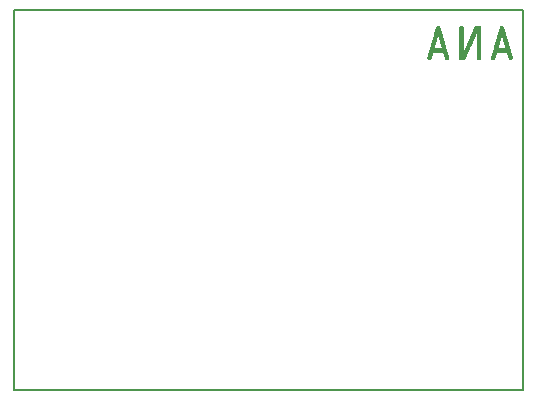
<source format=gbo>
G04 MADE WITH FRITZING*
G04 WWW.FRITZING.ORG*
G04 DOUBLE SIDED*
G04 HOLES PLATED*
G04 CONTOUR ON CENTER OF CONTOUR VECTOR*
%ASAXBY*%
%FSLAX23Y23*%
%MOIN*%
%OFA0B0*%
%SFA1.0B1.0*%
%ADD10R,1.706210X1.275260X1.690210X1.259260*%
%ADD11C,0.008000*%
%ADD12R,0.001000X0.001000*%
%LNSILK0*%
G90*
G70*
G54D11*
X4Y1271D02*
X1702Y1271D01*
X1702Y4D01*
X4Y4D01*
X4Y1271D01*
D02*
G54D12*
X1416Y1218D02*
X1420Y1218D01*
X1493Y1218D02*
X1497Y1218D01*
X1542Y1218D02*
X1560Y1218D01*
X1629Y1218D02*
X1632Y1218D01*
X1414Y1217D02*
X1422Y1217D01*
X1491Y1217D02*
X1499Y1217D01*
X1541Y1217D02*
X1560Y1217D01*
X1627Y1217D02*
X1634Y1217D01*
X1413Y1216D02*
X1423Y1216D01*
X1490Y1216D02*
X1500Y1216D01*
X1541Y1216D02*
X1560Y1216D01*
X1626Y1216D02*
X1635Y1216D01*
X1412Y1215D02*
X1424Y1215D01*
X1489Y1215D02*
X1501Y1215D01*
X1540Y1215D02*
X1560Y1215D01*
X1625Y1215D02*
X1636Y1215D01*
X1412Y1214D02*
X1424Y1214D01*
X1489Y1214D02*
X1501Y1214D01*
X1540Y1214D02*
X1560Y1214D01*
X1624Y1214D02*
X1637Y1214D01*
X1411Y1213D02*
X1425Y1213D01*
X1488Y1213D02*
X1502Y1213D01*
X1539Y1213D02*
X1560Y1213D01*
X1624Y1213D02*
X1637Y1213D01*
X1411Y1212D02*
X1425Y1212D01*
X1488Y1212D02*
X1502Y1212D01*
X1539Y1212D02*
X1560Y1212D01*
X1624Y1212D02*
X1637Y1212D01*
X1411Y1211D02*
X1425Y1211D01*
X1488Y1211D02*
X1502Y1211D01*
X1539Y1211D02*
X1560Y1211D01*
X1623Y1211D02*
X1638Y1211D01*
X1411Y1210D02*
X1426Y1210D01*
X1488Y1210D02*
X1502Y1210D01*
X1538Y1210D02*
X1560Y1210D01*
X1623Y1210D02*
X1638Y1210D01*
X1410Y1209D02*
X1426Y1209D01*
X1488Y1209D02*
X1502Y1209D01*
X1538Y1209D02*
X1560Y1209D01*
X1623Y1209D02*
X1638Y1209D01*
X1410Y1208D02*
X1426Y1208D01*
X1488Y1208D02*
X1502Y1208D01*
X1537Y1208D02*
X1560Y1208D01*
X1622Y1208D02*
X1639Y1208D01*
X1410Y1207D02*
X1427Y1207D01*
X1488Y1207D02*
X1502Y1207D01*
X1537Y1207D02*
X1560Y1207D01*
X1622Y1207D02*
X1639Y1207D01*
X1409Y1206D02*
X1427Y1206D01*
X1488Y1206D02*
X1502Y1206D01*
X1536Y1206D02*
X1560Y1206D01*
X1622Y1206D02*
X1639Y1206D01*
X1409Y1205D02*
X1427Y1205D01*
X1488Y1205D02*
X1502Y1205D01*
X1536Y1205D02*
X1560Y1205D01*
X1621Y1205D02*
X1640Y1205D01*
X1409Y1204D02*
X1427Y1204D01*
X1488Y1204D02*
X1502Y1204D01*
X1536Y1204D02*
X1560Y1204D01*
X1621Y1204D02*
X1640Y1204D01*
X1409Y1203D02*
X1428Y1203D01*
X1488Y1203D02*
X1502Y1203D01*
X1535Y1203D02*
X1560Y1203D01*
X1621Y1203D02*
X1640Y1203D01*
X1408Y1202D02*
X1428Y1202D01*
X1488Y1202D02*
X1502Y1202D01*
X1535Y1202D02*
X1560Y1202D01*
X1621Y1202D02*
X1640Y1202D01*
X1408Y1201D02*
X1428Y1201D01*
X1488Y1201D02*
X1502Y1201D01*
X1534Y1201D02*
X1560Y1201D01*
X1620Y1201D02*
X1641Y1201D01*
X1408Y1200D02*
X1429Y1200D01*
X1488Y1200D02*
X1502Y1200D01*
X1534Y1200D02*
X1560Y1200D01*
X1620Y1200D02*
X1641Y1200D01*
X1407Y1199D02*
X1429Y1199D01*
X1488Y1199D02*
X1502Y1199D01*
X1533Y1199D02*
X1560Y1199D01*
X1620Y1199D02*
X1641Y1199D01*
X1407Y1198D02*
X1429Y1198D01*
X1488Y1198D02*
X1502Y1198D01*
X1533Y1198D02*
X1560Y1198D01*
X1619Y1198D02*
X1642Y1198D01*
X1407Y1197D02*
X1429Y1197D01*
X1488Y1197D02*
X1502Y1197D01*
X1532Y1197D02*
X1560Y1197D01*
X1619Y1197D02*
X1642Y1197D01*
X1406Y1196D02*
X1430Y1196D01*
X1488Y1196D02*
X1502Y1196D01*
X1532Y1196D02*
X1560Y1196D01*
X1619Y1196D02*
X1642Y1196D01*
X1406Y1195D02*
X1430Y1195D01*
X1488Y1195D02*
X1502Y1195D01*
X1532Y1195D02*
X1560Y1195D01*
X1619Y1195D02*
X1642Y1195D01*
X1406Y1194D02*
X1430Y1194D01*
X1488Y1194D02*
X1502Y1194D01*
X1531Y1194D02*
X1560Y1194D01*
X1618Y1194D02*
X1643Y1194D01*
X1406Y1193D02*
X1431Y1193D01*
X1488Y1193D02*
X1502Y1193D01*
X1531Y1193D02*
X1560Y1193D01*
X1618Y1193D02*
X1643Y1193D01*
X1405Y1192D02*
X1431Y1192D01*
X1488Y1192D02*
X1502Y1192D01*
X1530Y1192D02*
X1560Y1192D01*
X1618Y1192D02*
X1643Y1192D01*
X1405Y1191D02*
X1431Y1191D01*
X1488Y1191D02*
X1502Y1191D01*
X1530Y1191D02*
X1560Y1191D01*
X1617Y1191D02*
X1644Y1191D01*
X1405Y1190D02*
X1432Y1190D01*
X1488Y1190D02*
X1502Y1190D01*
X1529Y1190D02*
X1545Y1190D01*
X1547Y1190D02*
X1560Y1190D01*
X1617Y1190D02*
X1644Y1190D01*
X1404Y1189D02*
X1432Y1189D01*
X1488Y1189D02*
X1502Y1189D01*
X1529Y1189D02*
X1544Y1189D01*
X1547Y1189D02*
X1560Y1189D01*
X1617Y1189D02*
X1644Y1189D01*
X1404Y1188D02*
X1432Y1188D01*
X1488Y1188D02*
X1502Y1188D01*
X1529Y1188D02*
X1544Y1188D01*
X1547Y1188D02*
X1560Y1188D01*
X1617Y1188D02*
X1644Y1188D01*
X1404Y1187D02*
X1432Y1187D01*
X1488Y1187D02*
X1502Y1187D01*
X1528Y1187D02*
X1543Y1187D01*
X1547Y1187D02*
X1560Y1187D01*
X1616Y1187D02*
X1645Y1187D01*
X1404Y1186D02*
X1433Y1186D01*
X1488Y1186D02*
X1502Y1186D01*
X1528Y1186D02*
X1543Y1186D01*
X1547Y1186D02*
X1560Y1186D01*
X1616Y1186D02*
X1645Y1186D01*
X1403Y1185D02*
X1433Y1185D01*
X1488Y1185D02*
X1502Y1185D01*
X1527Y1185D02*
X1543Y1185D01*
X1547Y1185D02*
X1560Y1185D01*
X1616Y1185D02*
X1645Y1185D01*
X1403Y1184D02*
X1433Y1184D01*
X1488Y1184D02*
X1502Y1184D01*
X1527Y1184D02*
X1542Y1184D01*
X1547Y1184D02*
X1560Y1184D01*
X1615Y1184D02*
X1646Y1184D01*
X1403Y1183D02*
X1417Y1183D01*
X1419Y1183D02*
X1434Y1183D01*
X1488Y1183D02*
X1502Y1183D01*
X1526Y1183D02*
X1542Y1183D01*
X1547Y1183D02*
X1560Y1183D01*
X1615Y1183D02*
X1646Y1183D01*
X1402Y1182D02*
X1417Y1182D01*
X1419Y1182D02*
X1434Y1182D01*
X1488Y1182D02*
X1502Y1182D01*
X1526Y1182D02*
X1541Y1182D01*
X1547Y1182D02*
X1560Y1182D01*
X1615Y1182D02*
X1629Y1182D01*
X1632Y1182D02*
X1646Y1182D01*
X1402Y1181D02*
X1417Y1181D01*
X1420Y1181D02*
X1434Y1181D01*
X1488Y1181D02*
X1502Y1181D01*
X1525Y1181D02*
X1541Y1181D01*
X1547Y1181D02*
X1560Y1181D01*
X1614Y1181D02*
X1629Y1181D01*
X1632Y1181D02*
X1647Y1181D01*
X1402Y1180D02*
X1416Y1180D01*
X1420Y1180D02*
X1434Y1180D01*
X1488Y1180D02*
X1502Y1180D01*
X1525Y1180D02*
X1540Y1180D01*
X1547Y1180D02*
X1560Y1180D01*
X1614Y1180D02*
X1629Y1180D01*
X1632Y1180D02*
X1647Y1180D01*
X1402Y1179D02*
X1416Y1179D01*
X1420Y1179D02*
X1435Y1179D01*
X1488Y1179D02*
X1502Y1179D01*
X1525Y1179D02*
X1540Y1179D01*
X1547Y1179D02*
X1560Y1179D01*
X1614Y1179D02*
X1628Y1179D01*
X1633Y1179D02*
X1647Y1179D01*
X1401Y1178D02*
X1416Y1178D01*
X1421Y1178D02*
X1435Y1178D01*
X1488Y1178D02*
X1502Y1178D01*
X1524Y1178D02*
X1540Y1178D01*
X1547Y1178D02*
X1560Y1178D01*
X1614Y1178D02*
X1628Y1178D01*
X1633Y1178D02*
X1647Y1178D01*
X1401Y1177D02*
X1416Y1177D01*
X1421Y1177D02*
X1435Y1177D01*
X1488Y1177D02*
X1502Y1177D01*
X1524Y1177D02*
X1539Y1177D01*
X1547Y1177D02*
X1560Y1177D01*
X1613Y1177D02*
X1628Y1177D01*
X1633Y1177D02*
X1648Y1177D01*
X1401Y1176D02*
X1415Y1176D01*
X1421Y1176D02*
X1436Y1176D01*
X1488Y1176D02*
X1502Y1176D01*
X1523Y1176D02*
X1539Y1176D01*
X1547Y1176D02*
X1560Y1176D01*
X1613Y1176D02*
X1628Y1176D01*
X1633Y1176D02*
X1648Y1176D01*
X1400Y1175D02*
X1415Y1175D01*
X1421Y1175D02*
X1436Y1175D01*
X1488Y1175D02*
X1502Y1175D01*
X1523Y1175D02*
X1538Y1175D01*
X1547Y1175D02*
X1560Y1175D01*
X1613Y1175D02*
X1627Y1175D01*
X1634Y1175D02*
X1648Y1175D01*
X1400Y1174D02*
X1415Y1174D01*
X1422Y1174D02*
X1436Y1174D01*
X1488Y1174D02*
X1502Y1174D01*
X1522Y1174D02*
X1538Y1174D01*
X1547Y1174D02*
X1560Y1174D01*
X1612Y1174D02*
X1627Y1174D01*
X1634Y1174D02*
X1649Y1174D01*
X1400Y1173D02*
X1414Y1173D01*
X1422Y1173D02*
X1437Y1173D01*
X1488Y1173D02*
X1502Y1173D01*
X1522Y1173D02*
X1537Y1173D01*
X1547Y1173D02*
X1560Y1173D01*
X1612Y1173D02*
X1627Y1173D01*
X1634Y1173D02*
X1649Y1173D01*
X1399Y1172D02*
X1414Y1172D01*
X1422Y1172D02*
X1437Y1172D01*
X1488Y1172D02*
X1502Y1172D01*
X1522Y1172D02*
X1537Y1172D01*
X1547Y1172D02*
X1560Y1172D01*
X1612Y1172D02*
X1626Y1172D01*
X1635Y1172D02*
X1649Y1172D01*
X1399Y1171D02*
X1414Y1171D01*
X1423Y1171D02*
X1437Y1171D01*
X1488Y1171D02*
X1502Y1171D01*
X1521Y1171D02*
X1536Y1171D01*
X1547Y1171D02*
X1560Y1171D01*
X1612Y1171D02*
X1626Y1171D01*
X1635Y1171D02*
X1649Y1171D01*
X1399Y1170D02*
X1413Y1170D01*
X1423Y1170D02*
X1437Y1170D01*
X1488Y1170D02*
X1502Y1170D01*
X1521Y1170D02*
X1536Y1170D01*
X1547Y1170D02*
X1560Y1170D01*
X1611Y1170D02*
X1626Y1170D01*
X1635Y1170D02*
X1650Y1170D01*
X1399Y1169D02*
X1413Y1169D01*
X1423Y1169D02*
X1438Y1169D01*
X1488Y1169D02*
X1502Y1169D01*
X1520Y1169D02*
X1536Y1169D01*
X1547Y1169D02*
X1560Y1169D01*
X1611Y1169D02*
X1626Y1169D01*
X1636Y1169D02*
X1650Y1169D01*
X1398Y1168D02*
X1413Y1168D01*
X1423Y1168D02*
X1438Y1168D01*
X1488Y1168D02*
X1502Y1168D01*
X1520Y1168D02*
X1535Y1168D01*
X1547Y1168D02*
X1560Y1168D01*
X1611Y1168D02*
X1625Y1168D01*
X1636Y1168D02*
X1650Y1168D01*
X1398Y1167D02*
X1413Y1167D01*
X1424Y1167D02*
X1438Y1167D01*
X1488Y1167D02*
X1502Y1167D01*
X1519Y1167D02*
X1535Y1167D01*
X1547Y1167D02*
X1560Y1167D01*
X1610Y1167D02*
X1625Y1167D01*
X1636Y1167D02*
X1651Y1167D01*
X1398Y1166D02*
X1412Y1166D01*
X1424Y1166D02*
X1439Y1166D01*
X1488Y1166D02*
X1502Y1166D01*
X1519Y1166D02*
X1534Y1166D01*
X1547Y1166D02*
X1560Y1166D01*
X1610Y1166D02*
X1625Y1166D01*
X1636Y1166D02*
X1651Y1166D01*
X1397Y1165D02*
X1412Y1165D01*
X1424Y1165D02*
X1439Y1165D01*
X1488Y1165D02*
X1502Y1165D01*
X1518Y1165D02*
X1534Y1165D01*
X1547Y1165D02*
X1560Y1165D01*
X1610Y1165D02*
X1624Y1165D01*
X1637Y1165D02*
X1651Y1165D01*
X1397Y1164D02*
X1412Y1164D01*
X1425Y1164D02*
X1439Y1164D01*
X1488Y1164D02*
X1502Y1164D01*
X1518Y1164D02*
X1533Y1164D01*
X1547Y1164D02*
X1560Y1164D01*
X1610Y1164D02*
X1624Y1164D01*
X1637Y1164D02*
X1652Y1164D01*
X1397Y1163D02*
X1411Y1163D01*
X1425Y1163D02*
X1439Y1163D01*
X1488Y1163D02*
X1502Y1163D01*
X1518Y1163D02*
X1533Y1163D01*
X1547Y1163D02*
X1560Y1163D01*
X1609Y1163D02*
X1624Y1163D01*
X1637Y1163D02*
X1652Y1163D01*
X1397Y1162D02*
X1411Y1162D01*
X1425Y1162D02*
X1440Y1162D01*
X1488Y1162D02*
X1502Y1162D01*
X1517Y1162D02*
X1532Y1162D01*
X1547Y1162D02*
X1560Y1162D01*
X1609Y1162D02*
X1623Y1162D01*
X1638Y1162D02*
X1652Y1162D01*
X1396Y1161D02*
X1411Y1161D01*
X1425Y1161D02*
X1440Y1161D01*
X1488Y1161D02*
X1502Y1161D01*
X1517Y1161D02*
X1532Y1161D01*
X1547Y1161D02*
X1560Y1161D01*
X1609Y1161D02*
X1623Y1161D01*
X1638Y1161D02*
X1652Y1161D01*
X1396Y1160D02*
X1411Y1160D01*
X1426Y1160D02*
X1440Y1160D01*
X1488Y1160D02*
X1502Y1160D01*
X1516Y1160D02*
X1532Y1160D01*
X1547Y1160D02*
X1560Y1160D01*
X1608Y1160D02*
X1623Y1160D01*
X1638Y1160D02*
X1653Y1160D01*
X1396Y1159D02*
X1410Y1159D01*
X1426Y1159D02*
X1441Y1159D01*
X1488Y1159D02*
X1502Y1159D01*
X1516Y1159D02*
X1531Y1159D01*
X1547Y1159D02*
X1560Y1159D01*
X1608Y1159D02*
X1623Y1159D01*
X1638Y1159D02*
X1653Y1159D01*
X1395Y1158D02*
X1410Y1158D01*
X1426Y1158D02*
X1441Y1158D01*
X1488Y1158D02*
X1502Y1158D01*
X1515Y1158D02*
X1531Y1158D01*
X1547Y1158D02*
X1560Y1158D01*
X1608Y1158D02*
X1622Y1158D01*
X1639Y1158D02*
X1653Y1158D01*
X1395Y1157D02*
X1410Y1157D01*
X1427Y1157D02*
X1441Y1157D01*
X1488Y1157D02*
X1502Y1157D01*
X1515Y1157D02*
X1530Y1157D01*
X1547Y1157D02*
X1560Y1157D01*
X1607Y1157D02*
X1622Y1157D01*
X1639Y1157D02*
X1654Y1157D01*
X1395Y1156D02*
X1409Y1156D01*
X1427Y1156D02*
X1441Y1156D01*
X1488Y1156D02*
X1502Y1156D01*
X1514Y1156D02*
X1530Y1156D01*
X1547Y1156D02*
X1560Y1156D01*
X1607Y1156D02*
X1622Y1156D01*
X1639Y1156D02*
X1654Y1156D01*
X1395Y1155D02*
X1409Y1155D01*
X1427Y1155D02*
X1442Y1155D01*
X1488Y1155D02*
X1502Y1155D01*
X1514Y1155D02*
X1529Y1155D01*
X1547Y1155D02*
X1560Y1155D01*
X1607Y1155D02*
X1621Y1155D01*
X1640Y1155D02*
X1654Y1155D01*
X1394Y1154D02*
X1409Y1154D01*
X1428Y1154D02*
X1442Y1154D01*
X1488Y1154D02*
X1502Y1154D01*
X1514Y1154D02*
X1529Y1154D01*
X1547Y1154D02*
X1560Y1154D01*
X1607Y1154D02*
X1621Y1154D01*
X1640Y1154D02*
X1654Y1154D01*
X1394Y1153D02*
X1408Y1153D01*
X1428Y1153D02*
X1442Y1153D01*
X1488Y1153D02*
X1502Y1153D01*
X1513Y1153D02*
X1529Y1153D01*
X1547Y1153D02*
X1560Y1153D01*
X1606Y1153D02*
X1621Y1153D01*
X1640Y1153D02*
X1655Y1153D01*
X1394Y1152D02*
X1408Y1152D01*
X1428Y1152D02*
X1443Y1152D01*
X1488Y1152D02*
X1502Y1152D01*
X1513Y1152D02*
X1528Y1152D01*
X1547Y1152D02*
X1560Y1152D01*
X1606Y1152D02*
X1621Y1152D01*
X1640Y1152D02*
X1655Y1152D01*
X1393Y1151D02*
X1408Y1151D01*
X1428Y1151D02*
X1443Y1151D01*
X1488Y1151D02*
X1502Y1151D01*
X1512Y1151D02*
X1528Y1151D01*
X1547Y1151D02*
X1560Y1151D01*
X1606Y1151D02*
X1620Y1151D01*
X1641Y1151D02*
X1655Y1151D01*
X1393Y1150D02*
X1408Y1150D01*
X1429Y1150D02*
X1443Y1150D01*
X1488Y1150D02*
X1502Y1150D01*
X1512Y1150D02*
X1527Y1150D01*
X1547Y1150D02*
X1560Y1150D01*
X1605Y1150D02*
X1620Y1150D01*
X1641Y1150D02*
X1656Y1150D01*
X1393Y1149D02*
X1407Y1149D01*
X1429Y1149D02*
X1444Y1149D01*
X1488Y1149D02*
X1502Y1149D01*
X1511Y1149D02*
X1527Y1149D01*
X1547Y1149D02*
X1560Y1149D01*
X1605Y1149D02*
X1620Y1149D01*
X1641Y1149D02*
X1656Y1149D01*
X1393Y1148D02*
X1407Y1148D01*
X1429Y1148D02*
X1444Y1148D01*
X1488Y1148D02*
X1502Y1148D01*
X1511Y1148D02*
X1526Y1148D01*
X1547Y1148D02*
X1560Y1148D01*
X1605Y1148D02*
X1619Y1148D01*
X1642Y1148D02*
X1656Y1148D01*
X1392Y1147D02*
X1407Y1147D01*
X1430Y1147D02*
X1444Y1147D01*
X1488Y1147D02*
X1502Y1147D01*
X1511Y1147D02*
X1526Y1147D01*
X1547Y1147D02*
X1560Y1147D01*
X1605Y1147D02*
X1619Y1147D01*
X1642Y1147D02*
X1656Y1147D01*
X1392Y1146D02*
X1406Y1146D01*
X1430Y1146D02*
X1444Y1146D01*
X1488Y1146D02*
X1502Y1146D01*
X1510Y1146D02*
X1525Y1146D01*
X1547Y1146D02*
X1560Y1146D01*
X1604Y1146D02*
X1619Y1146D01*
X1642Y1146D02*
X1657Y1146D01*
X1392Y1145D02*
X1406Y1145D01*
X1430Y1145D02*
X1445Y1145D01*
X1488Y1145D02*
X1502Y1145D01*
X1510Y1145D02*
X1525Y1145D01*
X1547Y1145D02*
X1560Y1145D01*
X1604Y1145D02*
X1618Y1145D01*
X1643Y1145D02*
X1657Y1145D01*
X1391Y1144D02*
X1406Y1144D01*
X1430Y1144D02*
X1445Y1144D01*
X1488Y1144D02*
X1502Y1144D01*
X1509Y1144D02*
X1525Y1144D01*
X1547Y1144D02*
X1560Y1144D01*
X1604Y1144D02*
X1618Y1144D01*
X1643Y1144D02*
X1657Y1144D01*
X1391Y1143D02*
X1445Y1143D01*
X1488Y1143D02*
X1502Y1143D01*
X1509Y1143D02*
X1524Y1143D01*
X1547Y1143D02*
X1560Y1143D01*
X1603Y1143D02*
X1658Y1143D01*
X1391Y1142D02*
X1446Y1142D01*
X1488Y1142D02*
X1502Y1142D01*
X1508Y1142D02*
X1524Y1142D01*
X1547Y1142D02*
X1560Y1142D01*
X1603Y1142D02*
X1658Y1142D01*
X1390Y1141D02*
X1446Y1141D01*
X1488Y1141D02*
X1502Y1141D01*
X1508Y1141D02*
X1523Y1141D01*
X1547Y1141D02*
X1560Y1141D01*
X1603Y1141D02*
X1658Y1141D01*
X1390Y1140D02*
X1446Y1140D01*
X1488Y1140D02*
X1502Y1140D01*
X1507Y1140D02*
X1523Y1140D01*
X1547Y1140D02*
X1560Y1140D01*
X1603Y1140D02*
X1659Y1140D01*
X1390Y1139D02*
X1446Y1139D01*
X1488Y1139D02*
X1502Y1139D01*
X1507Y1139D02*
X1522Y1139D01*
X1547Y1139D02*
X1560Y1139D01*
X1602Y1139D02*
X1659Y1139D01*
X1390Y1138D02*
X1447Y1138D01*
X1488Y1138D02*
X1502Y1138D01*
X1507Y1138D02*
X1522Y1138D01*
X1547Y1138D02*
X1560Y1138D01*
X1602Y1138D02*
X1659Y1138D01*
X1389Y1137D02*
X1447Y1137D01*
X1488Y1137D02*
X1502Y1137D01*
X1506Y1137D02*
X1522Y1137D01*
X1547Y1137D02*
X1560Y1137D01*
X1602Y1137D02*
X1659Y1137D01*
X1389Y1136D02*
X1447Y1136D01*
X1488Y1136D02*
X1502Y1136D01*
X1506Y1136D02*
X1521Y1136D01*
X1547Y1136D02*
X1560Y1136D01*
X1601Y1136D02*
X1660Y1136D01*
X1389Y1135D02*
X1448Y1135D01*
X1488Y1135D02*
X1502Y1135D01*
X1505Y1135D02*
X1521Y1135D01*
X1547Y1135D02*
X1560Y1135D01*
X1601Y1135D02*
X1660Y1135D01*
X1388Y1134D02*
X1448Y1134D01*
X1488Y1134D02*
X1502Y1134D01*
X1505Y1134D02*
X1520Y1134D01*
X1547Y1134D02*
X1560Y1134D01*
X1601Y1134D02*
X1660Y1134D01*
X1388Y1133D02*
X1448Y1133D01*
X1488Y1133D02*
X1502Y1133D01*
X1504Y1133D02*
X1520Y1133D01*
X1547Y1133D02*
X1560Y1133D01*
X1600Y1133D02*
X1661Y1133D01*
X1388Y1132D02*
X1449Y1132D01*
X1488Y1132D02*
X1502Y1132D01*
X1504Y1132D02*
X1519Y1132D01*
X1547Y1132D02*
X1560Y1132D01*
X1600Y1132D02*
X1661Y1132D01*
X1388Y1131D02*
X1449Y1131D01*
X1488Y1131D02*
X1502Y1131D01*
X1504Y1131D02*
X1519Y1131D01*
X1547Y1131D02*
X1560Y1131D01*
X1600Y1131D02*
X1661Y1131D01*
X1387Y1130D02*
X1449Y1130D01*
X1488Y1130D02*
X1518Y1130D01*
X1547Y1130D02*
X1560Y1130D01*
X1600Y1130D02*
X1661Y1130D01*
X1387Y1129D02*
X1449Y1129D01*
X1488Y1129D02*
X1518Y1129D01*
X1547Y1129D02*
X1560Y1129D01*
X1599Y1129D02*
X1662Y1129D01*
X1387Y1128D02*
X1401Y1128D01*
X1435Y1128D02*
X1450Y1128D01*
X1488Y1128D02*
X1518Y1128D01*
X1547Y1128D02*
X1560Y1128D01*
X1599Y1128D02*
X1613Y1128D01*
X1648Y1128D02*
X1662Y1128D01*
X1386Y1127D02*
X1401Y1127D01*
X1435Y1127D02*
X1450Y1127D01*
X1488Y1127D02*
X1517Y1127D01*
X1547Y1127D02*
X1560Y1127D01*
X1599Y1127D02*
X1613Y1127D01*
X1648Y1127D02*
X1662Y1127D01*
X1386Y1126D02*
X1400Y1126D01*
X1436Y1126D02*
X1450Y1126D01*
X1488Y1126D02*
X1517Y1126D01*
X1547Y1126D02*
X1560Y1126D01*
X1598Y1126D02*
X1613Y1126D01*
X1648Y1126D02*
X1663Y1126D01*
X1386Y1125D02*
X1400Y1125D01*
X1436Y1125D02*
X1451Y1125D01*
X1488Y1125D02*
X1516Y1125D01*
X1547Y1125D02*
X1560Y1125D01*
X1598Y1125D02*
X1613Y1125D01*
X1648Y1125D02*
X1663Y1125D01*
X1386Y1124D02*
X1400Y1124D01*
X1436Y1124D02*
X1451Y1124D01*
X1488Y1124D02*
X1516Y1124D01*
X1547Y1124D02*
X1560Y1124D01*
X1598Y1124D02*
X1612Y1124D01*
X1649Y1124D02*
X1663Y1124D01*
X1385Y1123D02*
X1400Y1123D01*
X1437Y1123D02*
X1451Y1123D01*
X1488Y1123D02*
X1515Y1123D01*
X1547Y1123D02*
X1560Y1123D01*
X1598Y1123D02*
X1612Y1123D01*
X1649Y1123D02*
X1664Y1123D01*
X1385Y1122D02*
X1399Y1122D01*
X1437Y1122D02*
X1451Y1122D01*
X1488Y1122D02*
X1515Y1122D01*
X1547Y1122D02*
X1560Y1122D01*
X1597Y1122D02*
X1612Y1122D01*
X1649Y1122D02*
X1664Y1122D01*
X1385Y1121D02*
X1399Y1121D01*
X1437Y1121D02*
X1452Y1121D01*
X1488Y1121D02*
X1515Y1121D01*
X1547Y1121D02*
X1560Y1121D01*
X1597Y1121D02*
X1611Y1121D01*
X1650Y1121D02*
X1664Y1121D01*
X1384Y1120D02*
X1399Y1120D01*
X1438Y1120D02*
X1452Y1120D01*
X1488Y1120D02*
X1514Y1120D01*
X1547Y1120D02*
X1560Y1120D01*
X1597Y1120D02*
X1611Y1120D01*
X1650Y1120D02*
X1664Y1120D01*
X1384Y1119D02*
X1398Y1119D01*
X1438Y1119D02*
X1452Y1119D01*
X1488Y1119D02*
X1514Y1119D01*
X1547Y1119D02*
X1560Y1119D01*
X1596Y1119D02*
X1611Y1119D01*
X1650Y1119D02*
X1665Y1119D01*
X1384Y1118D02*
X1398Y1118D01*
X1438Y1118D02*
X1453Y1118D01*
X1488Y1118D02*
X1513Y1118D01*
X1547Y1118D02*
X1560Y1118D01*
X1596Y1118D02*
X1611Y1118D01*
X1650Y1118D02*
X1665Y1118D01*
X1383Y1117D02*
X1398Y1117D01*
X1438Y1117D02*
X1453Y1117D01*
X1488Y1117D02*
X1513Y1117D01*
X1547Y1117D02*
X1560Y1117D01*
X1596Y1117D02*
X1610Y1117D01*
X1651Y1117D02*
X1665Y1117D01*
X1383Y1116D02*
X1398Y1116D01*
X1439Y1116D02*
X1453Y1116D01*
X1488Y1116D02*
X1512Y1116D01*
X1547Y1116D02*
X1560Y1116D01*
X1596Y1116D02*
X1610Y1116D01*
X1651Y1116D02*
X1666Y1116D01*
X1383Y1115D02*
X1397Y1115D01*
X1439Y1115D02*
X1454Y1115D01*
X1488Y1115D02*
X1512Y1115D01*
X1547Y1115D02*
X1560Y1115D01*
X1595Y1115D02*
X1610Y1115D01*
X1651Y1115D02*
X1666Y1115D01*
X1383Y1114D02*
X1397Y1114D01*
X1439Y1114D02*
X1454Y1114D01*
X1488Y1114D02*
X1511Y1114D01*
X1547Y1114D02*
X1560Y1114D01*
X1595Y1114D02*
X1609Y1114D01*
X1652Y1114D02*
X1666Y1114D01*
X1382Y1113D02*
X1397Y1113D01*
X1440Y1113D02*
X1454Y1113D01*
X1488Y1113D02*
X1511Y1113D01*
X1547Y1113D02*
X1560Y1113D01*
X1595Y1113D02*
X1609Y1113D01*
X1652Y1113D02*
X1666Y1113D01*
X1382Y1112D02*
X1396Y1112D01*
X1440Y1112D02*
X1454Y1112D01*
X1488Y1112D02*
X1511Y1112D01*
X1547Y1112D02*
X1560Y1112D01*
X1594Y1112D02*
X1609Y1112D01*
X1652Y1112D02*
X1667Y1112D01*
X1382Y1111D02*
X1396Y1111D01*
X1440Y1111D02*
X1455Y1111D01*
X1488Y1111D02*
X1510Y1111D01*
X1547Y1111D02*
X1560Y1111D01*
X1594Y1111D02*
X1608Y1111D01*
X1653Y1111D02*
X1667Y1111D01*
X1382Y1110D02*
X1396Y1110D01*
X1440Y1110D02*
X1455Y1110D01*
X1488Y1110D02*
X1510Y1110D01*
X1547Y1110D02*
X1560Y1110D01*
X1594Y1110D02*
X1608Y1110D01*
X1653Y1110D02*
X1667Y1110D01*
X1382Y1109D02*
X1396Y1109D01*
X1441Y1109D02*
X1454Y1109D01*
X1488Y1109D02*
X1509Y1109D01*
X1547Y1109D02*
X1560Y1109D01*
X1594Y1109D02*
X1608Y1109D01*
X1653Y1109D02*
X1667Y1109D01*
X1382Y1108D02*
X1395Y1108D01*
X1441Y1108D02*
X1454Y1108D01*
X1488Y1108D02*
X1509Y1108D01*
X1547Y1108D02*
X1560Y1108D01*
X1595Y1108D02*
X1607Y1108D01*
X1654Y1108D02*
X1666Y1108D01*
X1383Y1107D02*
X1395Y1107D01*
X1442Y1107D02*
X1454Y1107D01*
X1488Y1107D02*
X1508Y1107D01*
X1548Y1107D02*
X1559Y1107D01*
X1595Y1107D02*
X1607Y1107D01*
X1654Y1107D02*
X1666Y1107D01*
X1384Y1106D02*
X1394Y1106D01*
X1442Y1106D02*
X1453Y1106D01*
X1488Y1106D02*
X1508Y1106D01*
X1548Y1106D02*
X1559Y1106D01*
X1596Y1106D02*
X1606Y1106D01*
X1655Y1106D02*
X1665Y1106D01*
X1385Y1105D02*
X1393Y1105D01*
X1443Y1105D02*
X1452Y1105D01*
X1488Y1105D02*
X1508Y1105D01*
X1549Y1105D02*
X1558Y1105D01*
X1597Y1105D02*
X1605Y1105D01*
X1656Y1105D02*
X1664Y1105D01*
X1386Y1104D02*
X1391Y1104D01*
X1445Y1104D02*
X1450Y1104D01*
X1488Y1104D02*
X1507Y1104D01*
X1551Y1104D02*
X1556Y1104D01*
X1599Y1104D02*
X1604Y1104D01*
X1657Y1104D02*
X1662Y1104D01*
D02*
G04 End of Silk0*
M02*
</source>
